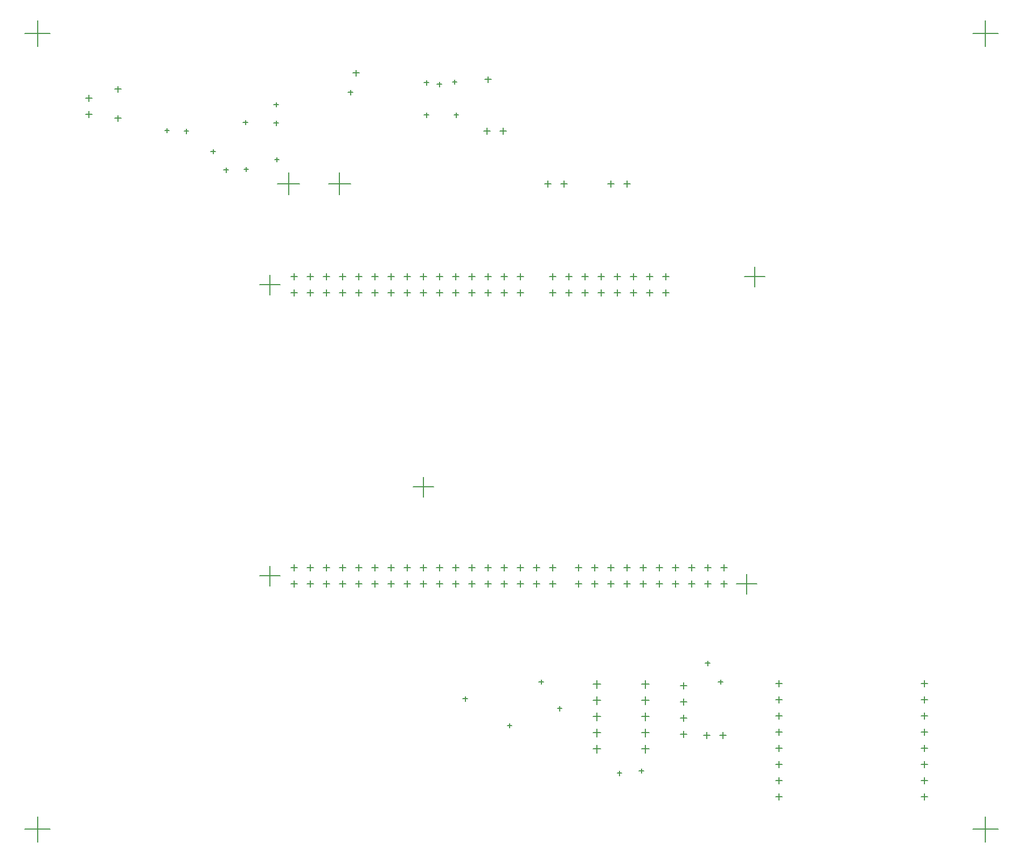
<source format=gbr>
G04*
G04 #@! TF.GenerationSoftware,Altium Limited,Altium Designer,23.0.1 (38)*
G04*
G04 Layer_Color=128*
%FSLAX25Y25*%
%MOIN*%
G70*
G04*
G04 #@! TF.SameCoordinates,96643D2F-BE8E-4E12-8B93-A60CB91944C5*
G04*
G04*
G04 #@! TF.FilePolarity,Positive*
G04*
G01*
G75*
%ADD13C,0.00500*%
D13*
X3937Y11811D02*
X19685D01*
X11811Y3937D02*
Y19685D01*
X3937Y503937D02*
X19685D01*
X11811Y496063D02*
Y511811D01*
X590551Y11811D02*
X606299D01*
X598425Y3937D02*
Y19685D01*
X590551Y503937D02*
X606299D01*
X598425Y496063D02*
Y511811D01*
X160441Y411000D02*
X174063D01*
X167252Y404189D02*
Y417811D01*
X191937Y411000D02*
X205559D01*
X198748Y404189D02*
Y417811D01*
X364531Y411000D02*
X368468D01*
X366500Y409031D02*
Y412968D01*
X374532Y411000D02*
X378468D01*
X376500Y409031D02*
Y412968D01*
X287992Y443500D02*
X292008D01*
X290000Y441492D02*
Y445508D01*
X297992Y443500D02*
X302008D01*
X300000Y441492D02*
Y445508D01*
X423992Y70000D02*
X428008D01*
X426000Y67992D02*
Y72008D01*
X433992Y70000D02*
X438008D01*
X436000Y67992D02*
Y72008D01*
X59531Y451500D02*
X63468D01*
X61500Y449532D02*
Y453469D01*
X238512Y343500D02*
X242528D01*
X240520Y341492D02*
Y345508D01*
X228512Y343500D02*
X232528D01*
X230520Y341492D02*
Y345508D01*
X208512Y343500D02*
X212528D01*
X210520Y341492D02*
Y345508D01*
X398512Y353500D02*
X402528D01*
X400520Y351492D02*
Y355508D01*
X398512Y343500D02*
X402528D01*
X400520Y341492D02*
Y345508D01*
X388512Y353500D02*
X392528D01*
X390520Y351492D02*
Y355508D01*
X388512Y343500D02*
X392528D01*
X390520Y341492D02*
Y345508D01*
X378512Y353500D02*
X382528D01*
X380520Y351492D02*
Y355508D01*
X378512Y343500D02*
X382528D01*
X380520Y341492D02*
Y345508D01*
X368512Y353500D02*
X372528D01*
X370520Y351492D02*
Y355508D01*
X368512Y343500D02*
X372528D01*
X370520Y341492D02*
Y345508D01*
X358512Y353500D02*
X362528D01*
X360520Y351492D02*
Y355508D01*
X358512Y343500D02*
X362528D01*
X360520Y341492D02*
Y345508D01*
X348512Y353500D02*
X352528D01*
X350520Y351492D02*
Y355508D01*
X348512Y343500D02*
X352528D01*
X350520Y341492D02*
Y345508D01*
X338512Y353500D02*
X342528D01*
X340520Y351492D02*
Y355508D01*
X338512Y343500D02*
X342528D01*
X340520Y341492D02*
Y345508D01*
X328512Y353500D02*
X332528D01*
X330520Y351492D02*
Y355508D01*
X328512Y343500D02*
X332528D01*
X330520Y341492D02*
Y345508D01*
X308512Y353500D02*
X312528D01*
X310520Y351492D02*
Y355508D01*
X308512Y343500D02*
X312528D01*
X310520Y341492D02*
Y345508D01*
X298512Y353500D02*
X302528D01*
X300520Y351492D02*
Y355508D01*
X298512Y343500D02*
X302528D01*
X300520Y341492D02*
Y345508D01*
X288512Y353500D02*
X292528D01*
X290520Y351492D02*
Y355508D01*
X288512Y343500D02*
X292528D01*
X290520Y341492D02*
Y345508D01*
X278512Y353500D02*
X282528D01*
X280520Y351492D02*
Y355508D01*
X278512Y343500D02*
X282528D01*
X280520Y341492D02*
Y345508D01*
X268512Y353500D02*
X272528D01*
X270520Y351492D02*
Y355508D01*
X268512Y343500D02*
X272528D01*
X270520Y341492D02*
Y345508D01*
X258512Y353500D02*
X262528D01*
X260520Y351492D02*
Y355508D01*
X258512Y343500D02*
X262528D01*
X260520Y341492D02*
Y345508D01*
X248512Y353500D02*
X252528D01*
X250520Y351492D02*
Y355508D01*
X248512Y343500D02*
X252528D01*
X250520Y341492D02*
Y345508D01*
X238512Y353500D02*
X242528D01*
X240520Y351492D02*
Y355508D01*
X228512Y353500D02*
X232528D01*
X230520Y351492D02*
Y355508D01*
X218512Y353500D02*
X222528D01*
X220520Y351492D02*
Y355508D01*
X218512Y343500D02*
X222528D01*
X220520Y341492D02*
Y345508D01*
X208512Y353500D02*
X212528D01*
X210520Y351492D02*
Y355508D01*
X198512Y353500D02*
X202528D01*
X200520Y351492D02*
Y355508D01*
X198512Y343500D02*
X202528D01*
X200520Y341492D02*
Y345508D01*
X188512Y353500D02*
X192528D01*
X190520Y351492D02*
Y355508D01*
X188512Y343500D02*
X192528D01*
X190520Y341492D02*
Y345508D01*
X178512Y353500D02*
X182528D01*
X180520Y351492D02*
Y355508D01*
X178512Y343500D02*
X182528D01*
X180520Y341492D02*
Y345508D01*
X149221Y348500D02*
X161819D01*
X155520Y342201D02*
Y354799D01*
X434512Y173500D02*
X438528D01*
X436520Y171492D02*
Y175508D01*
X434512Y163500D02*
X438528D01*
X436520Y161492D02*
Y165508D01*
X328512Y173500D02*
X332528D01*
X330520Y171492D02*
Y175508D01*
X328512Y163500D02*
X332528D01*
X330520Y161492D02*
Y165508D01*
X318512Y173500D02*
X322528D01*
X320520Y171492D02*
Y175508D01*
X318512Y163500D02*
X322528D01*
X320520Y161492D02*
Y165508D01*
X308512Y173500D02*
X312528D01*
X310520Y171492D02*
Y175508D01*
X308512Y163500D02*
X312528D01*
X310520Y161492D02*
Y165508D01*
X298512Y173500D02*
X302528D01*
X300520Y171492D02*
Y175508D01*
X298512Y163500D02*
X302528D01*
X300520Y161492D02*
Y165508D01*
X288512Y173500D02*
X292528D01*
X290520Y171492D02*
Y175508D01*
X288512Y163500D02*
X292528D01*
X290520Y161492D02*
Y165508D01*
X278512Y173500D02*
X282528D01*
X280520Y171492D02*
Y175508D01*
X278512Y163500D02*
X282528D01*
X280520Y161492D02*
Y165508D01*
X268512Y173500D02*
X272528D01*
X270520Y171492D02*
Y175508D01*
X268512Y163500D02*
X272528D01*
X270520Y161492D02*
Y165508D01*
X258512Y173500D02*
X262528D01*
X260520Y171492D02*
Y175508D01*
X258512Y163500D02*
X262528D01*
X260520Y161492D02*
Y165508D01*
X149221Y168500D02*
X161819D01*
X155520Y162201D02*
Y174799D01*
X248512Y173500D02*
X252528D01*
X250520Y171492D02*
Y175508D01*
X248512Y163500D02*
X252528D01*
X250520Y161492D02*
Y165508D01*
X238512Y173500D02*
X242528D01*
X240520Y171492D02*
Y175508D01*
X238512Y163500D02*
X242528D01*
X240520Y161492D02*
Y165508D01*
X228512Y173500D02*
X232528D01*
X230520Y171492D02*
Y175508D01*
X228512Y163500D02*
X232528D01*
X230520Y161492D02*
Y165508D01*
X218512Y173500D02*
X222528D01*
X220520Y171492D02*
Y175508D01*
X218512Y163500D02*
X222528D01*
X220520Y161492D02*
Y165508D01*
X208512Y173500D02*
X212528D01*
X210520Y171492D02*
Y175508D01*
X208512Y163500D02*
X212528D01*
X210520Y161492D02*
Y165508D01*
X198512Y173500D02*
X202528D01*
X200520Y171492D02*
Y175508D01*
X198512Y163500D02*
X202528D01*
X200520Y161492D02*
Y165508D01*
X188512Y173500D02*
X192528D01*
X190520Y171492D02*
Y175508D01*
X188512Y163500D02*
X192528D01*
X190520Y161492D02*
Y165508D01*
X178512Y173500D02*
X182528D01*
X180520Y171492D02*
Y175508D01*
X178512Y163500D02*
X182528D01*
X180520Y161492D02*
Y165508D01*
X444220Y163500D02*
X456819D01*
X450520Y157201D02*
Y169799D01*
X244220Y223500D02*
X256819D01*
X250520Y217201D02*
Y229799D01*
X449221Y353500D02*
X461819D01*
X455520Y347201D02*
Y359799D01*
X424512Y173500D02*
X428528D01*
X426520Y171492D02*
Y175508D01*
X424512Y163500D02*
X428528D01*
X426520Y161492D02*
Y165508D01*
X414512Y173500D02*
X418528D01*
X416520Y171492D02*
Y175508D01*
X414512Y163500D02*
X418528D01*
X416520Y161492D02*
Y165508D01*
X404512Y173500D02*
X408528D01*
X406520Y171492D02*
Y175508D01*
X404512Y163500D02*
X408528D01*
X406520Y161492D02*
Y165508D01*
X394512Y173500D02*
X398528D01*
X396520Y171492D02*
Y175508D01*
X394512Y163500D02*
X398528D01*
X396520Y161492D02*
Y165508D01*
X384512Y173500D02*
X388528D01*
X386520Y171492D02*
Y175508D01*
X384512Y163500D02*
X388528D01*
X386520Y161492D02*
Y165508D01*
X374512Y173500D02*
X378528D01*
X376520Y171492D02*
Y175508D01*
X374512Y163500D02*
X378528D01*
X376520Y161492D02*
Y165508D01*
X364512Y173500D02*
X368528D01*
X366520Y171492D02*
Y175508D01*
X364512Y163500D02*
X368528D01*
X366520Y161492D02*
Y165508D01*
X354512Y173500D02*
X358528D01*
X356520Y171492D02*
Y175508D01*
X354512Y163500D02*
X358528D01*
X356520Y161492D02*
Y165508D01*
X344512Y173500D02*
X348528D01*
X346520Y171492D02*
Y175508D01*
X344512Y163500D02*
X348528D01*
X346520Y161492D02*
Y165508D01*
X168512Y353500D02*
X172528D01*
X170520Y351492D02*
Y355508D01*
X168512Y343500D02*
X172528D01*
X170520Y341492D02*
Y345508D01*
X168512Y173500D02*
X172528D01*
X170520Y171492D02*
Y175508D01*
X168512Y163500D02*
X172528D01*
X170520Y161492D02*
Y165508D01*
X59531Y469500D02*
X63468D01*
X61500Y467531D02*
Y471468D01*
X207031Y479500D02*
X210968D01*
X209000Y477531D02*
Y481468D01*
X288531Y475500D02*
X292469D01*
X290500Y473531D02*
Y477468D01*
X335492Y411000D02*
X339508D01*
X337500Y408992D02*
Y413008D01*
X325492Y411000D02*
X329508D01*
X327500Y408992D02*
Y413008D01*
X41492Y454000D02*
X45508D01*
X43500Y451992D02*
Y456008D01*
X41492Y464000D02*
X45508D01*
X43500Y461992D02*
Y466008D01*
X385638Y61500D02*
X390362D01*
X388000Y59138D02*
Y63862D01*
X385638Y71500D02*
X390362D01*
X388000Y69138D02*
Y73862D01*
X385638Y81500D02*
X390362D01*
X388000Y79138D02*
Y83862D01*
X385638Y91500D02*
X390362D01*
X388000Y89138D02*
Y93862D01*
X385638Y101500D02*
X390362D01*
X388000Y99138D02*
Y103862D01*
X355638Y61500D02*
X360362D01*
X358000Y59138D02*
Y63862D01*
X355638Y71500D02*
X360362D01*
X358000Y69138D02*
Y73862D01*
X355638Y81500D02*
X360362D01*
X358000Y79138D02*
Y83862D01*
X355638Y91500D02*
X360362D01*
X358000Y89138D02*
Y93862D01*
X355638Y101500D02*
X360362D01*
X358000Y99138D02*
Y103862D01*
X558492Y32000D02*
X562508D01*
X560500Y29992D02*
Y34008D01*
X558492Y42000D02*
X562508D01*
X560500Y39992D02*
Y44008D01*
X558492Y52000D02*
X562508D01*
X560500Y49992D02*
Y54008D01*
X558492Y62000D02*
X562508D01*
X560500Y59992D02*
Y64008D01*
X558492Y72000D02*
X562508D01*
X560500Y69992D02*
Y74008D01*
X558492Y82000D02*
X562508D01*
X560500Y79992D02*
Y84008D01*
X558492Y92000D02*
X562508D01*
X560500Y89992D02*
Y94008D01*
X558492Y102000D02*
X562508D01*
X560500Y99992D02*
Y104008D01*
X468492Y32000D02*
X472508D01*
X470500Y29992D02*
Y34008D01*
X468492Y42000D02*
X472508D01*
X470500Y39992D02*
Y44008D01*
X468492Y52000D02*
X472508D01*
X470500Y49992D02*
Y54008D01*
X468492Y62000D02*
X472508D01*
X470500Y59992D02*
Y64008D01*
X468492Y72000D02*
X472508D01*
X470500Y69992D02*
Y74008D01*
X468492Y82000D02*
X472508D01*
X470500Y79992D02*
Y84008D01*
X468492Y92000D02*
X472508D01*
X470500Y89992D02*
Y94008D01*
X468492Y102000D02*
X472508D01*
X470500Y99992D02*
Y104008D01*
X409492Y70500D02*
X413508D01*
X411500Y68492D02*
Y72508D01*
X409492Y80500D02*
X413508D01*
X411500Y78492D02*
Y82508D01*
X409492Y90500D02*
X413508D01*
X411500Y88492D02*
Y92508D01*
X409492Y100500D02*
X413508D01*
X411500Y98492D02*
Y102508D01*
X275100Y92500D02*
X277900D01*
X276500Y91100D02*
Y93900D01*
X302600Y76000D02*
X305400D01*
X304000Y74600D02*
Y77400D01*
X322100Y103000D02*
X324900D01*
X323500Y101600D02*
Y104400D01*
X204100Y467500D02*
X206900D01*
X205500Y466100D02*
Y468900D01*
X269600Y453500D02*
X272400D01*
X271000Y452100D02*
Y454900D01*
X251100Y453500D02*
X253900D01*
X252500Y452100D02*
Y454900D01*
X259100Y472500D02*
X261900D01*
X260500Y471100D02*
Y473900D01*
X268600Y474000D02*
X271400D01*
X270000Y472600D02*
Y475400D01*
X251100Y473500D02*
X253900D01*
X252500Y472100D02*
Y474900D01*
X158100Y448500D02*
X160900D01*
X159500Y447100D02*
Y449900D01*
X158100Y460000D02*
X160900D01*
X159500Y458600D02*
Y461400D01*
X119100Y431000D02*
X121900D01*
X120500Y429600D02*
Y432400D01*
X139100Y449000D02*
X141900D01*
X140500Y447600D02*
Y450400D01*
X158600Y426000D02*
X161400D01*
X160000Y424600D02*
Y427400D01*
X139600Y420000D02*
X142400D01*
X141000Y418600D02*
Y421400D01*
X127100Y419500D02*
X129900D01*
X128500Y418100D02*
Y420900D01*
X102600Y443500D02*
X105400D01*
X104000Y442100D02*
Y444900D01*
X90600Y444000D02*
X93400D01*
X92000Y442600D02*
Y445400D01*
X384100Y48000D02*
X386900D01*
X385500Y46600D02*
Y49400D01*
X333600Y86500D02*
X336400D01*
X335000Y85100D02*
Y87900D01*
X433100Y103000D02*
X435900D01*
X434500Y101600D02*
Y104400D01*
X425100Y114500D02*
X427900D01*
X426500Y113100D02*
Y115900D01*
X370600Y46500D02*
X373400D01*
X372000Y45100D02*
Y47900D01*
M02*

</source>
